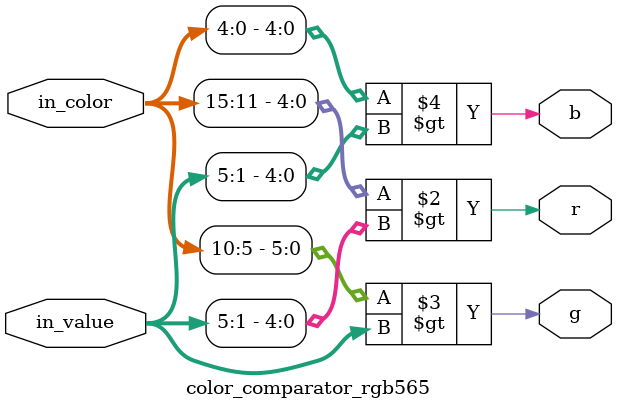
<source format=v>
module color_comparator_rgb565 (
	input wire [15:0] in_color,
	input wire [5:0] in_value,
	output reg r, g, b
);

	always @(in_color or in_value)
	begin
		r = in_color [15:11] > in_value[5:1];
		g = in_color [10:5] > in_value;
		b = in_color [4:0] > in_value[5:1];
	end
endmodule

</source>
